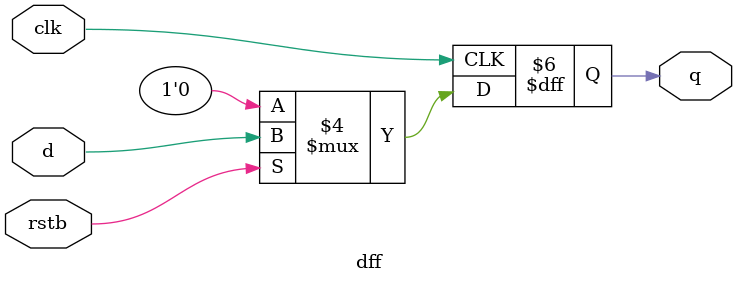
<source format=v>
module dff (
    input d, rstb, clk,
    output reg q);

    always @(posedge clk) begin
        if (!rstb)
            q <= 0;
        else
            q <= d;
    end
endmodule

</source>
